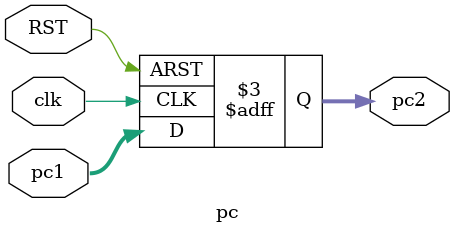
<source format=v>
`timescale 1ns / 1ps

module pc(
    input clk,
    input RST,
    input [31:0]pc1,
    output reg [31:0]pc2
    );
always @ (posedge RST or posedge clk)
    begin 
    if(RST == 1)
        pc2 <= 0;
    else
        pc2 <= pc1;
    end
endmodule

</source>
